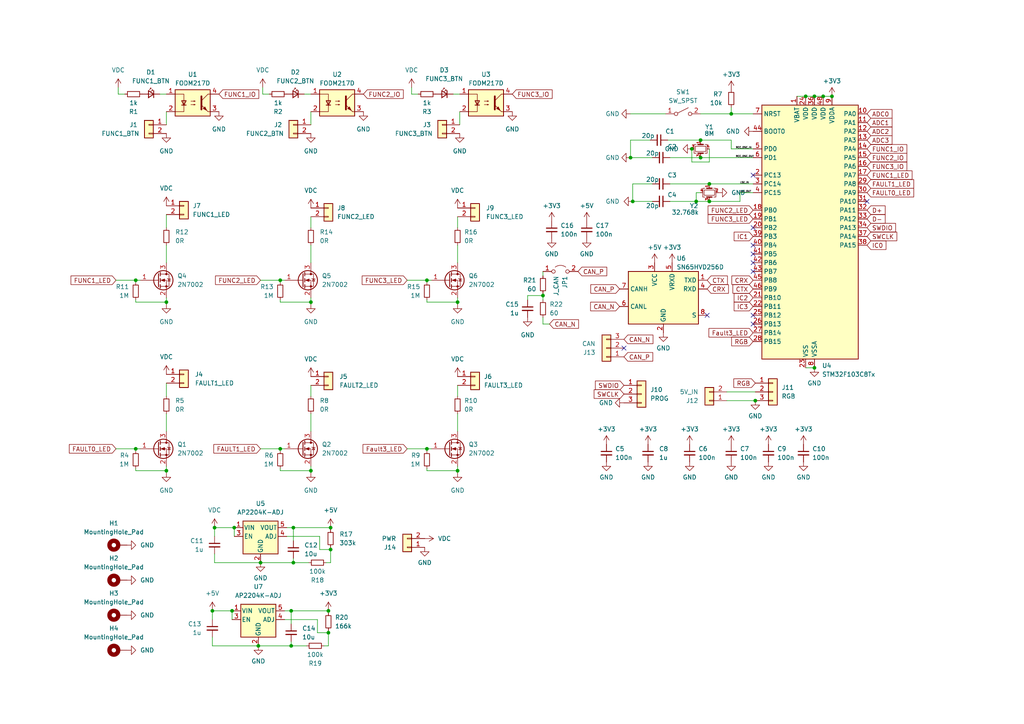
<source format=kicad_sch>
(kicad_sch (version 20230121) (generator eeschema)
  (paper "A4")
  (junction (at 200.66 43.18))
  (junction (at 85.09 163.195))
  (junction (at 95.25 177.165))
  (junction (at 81.28 81.28))
  (junction (at 61.595 177.165))
  (junction (at 74.93 187.325))
  (junction (at 95.25 183.515))
  (junction (at 219.075 116.205))
  (junction (at 132.715 136.525))
  (junction (at 85.09 153.035))
  (junction (at 233.68 27.94))
  (junction (at 62.23 153.035))
  (junction (at 212.09 33.02))
  (junction (at 241.3 27.94))
  (junction (at 238.76 27.94))
  (junction (at 67.31 177.165))
  (junction (at 75.565 163.195))
  (junction (at 205.74 58.42))
  (junction (at 123.825 130.175))
  (junction (at 182.88 45.72))
  (junction (at 84.455 187.325))
  (junction (at 203.2 40.64))
  (junction (at 81.28 130.175))
  (junction (at 132.715 87.63))
  (junction (at 123.825 81.28))
  (junction (at 90.17 136.525))
  (junction (at 39.37 130.175))
  (junction (at 201.93 58.42))
  (junction (at 236.22 27.94))
  (junction (at 48.26 136.525))
  (junction (at 157.48 85.725))
  (junction (at 236.22 106.68))
  (junction (at 90.17 87.63))
  (junction (at 183.515 58.42))
  (junction (at 95.885 153.035))
  (junction (at 67.945 153.035))
  (junction (at 203.2 45.72))
  (junction (at 95.885 159.385))
  (junction (at 39.37 81.28))
  (junction (at 48.26 87.63))
  (junction (at 84.455 177.165))
  (junction (at 205.74 53.34))
  (no_connect (at 218.44 50.8))
  (no_connect (at 218.44 76.2))
  (no_connect (at 218.44 73.66))
  (no_connect (at 218.44 66.04))
  (no_connect (at 218.44 93.98))
  (no_connect (at 251.46 58.42))
  (no_connect (at 218.44 91.44))
  (no_connect (at 180.975 100.965))
  (no_connect (at 218.44 78.74))
  (no_connect (at 205.105 91.44))
  (no_connect (at 218.44 71.12))
  (wire (pts (xy 40.64 130.175) (xy 39.37 130.175)))
  (wire (pts (xy 39.37 135.89) (xy 39.37 136.525)))
  (wire (pts (xy 212.09 33.02) (xy 218.44 33.02)))
  (wire (pts (xy 83.185 153.035) (xy 85.09 153.035)))
  (wire (pts (xy 201.93 58.42) (xy 205.74 58.42)))
  (wire (pts (xy 123.825 136.525) (xy 132.715 136.525)))
  (wire (pts (xy 123.825 81.28) (xy 123.825 81.915)))
  (wire (pts (xy 84.455 177.165) (xy 84.455 180.975)))
  (wire (pts (xy 75.565 130.175) (xy 81.28 130.175)))
  (wire (pts (xy 82.55 177.165) (xy 84.455 177.165)))
  (wire (pts (xy 95.885 158.75) (xy 95.885 159.385)))
  (wire (pts (xy 85.09 153.035) (xy 95.885 153.035)))
  (wire (pts (xy 133.35 27.305) (xy 131.445 27.305)))
  (wire (pts (xy 48.26 87.63) (xy 48.26 88.265)))
  (wire (pts (xy 132.715 111.76) (xy 132.715 114.935)))
  (wire (pts (xy 132.715 120.015) (xy 132.715 125.095)))
  (wire (pts (xy 90.17 135.255) (xy 90.17 136.525)))
  (wire (pts (xy 85.09 161.925) (xy 85.09 163.195)))
  (wire (pts (xy 34.29 27.305) (xy 36.195 27.305)))
  (wire (pts (xy 118.11 130.175) (xy 123.825 130.175)))
  (wire (pts (xy 212.09 43.18) (xy 218.44 43.18)))
  (wire (pts (xy 81.28 130.175) (xy 81.28 130.81)))
  (wire (pts (xy 90.17 62.865) (xy 90.17 66.04)))
  (wire (pts (xy 182.88 40.64) (xy 188.595 40.64)))
  (wire (pts (xy 39.37 81.28) (xy 39.37 81.915)))
  (wire (pts (xy 233.68 106.68) (xy 236.22 106.68)))
  (wire (pts (xy 84.455 186.055) (xy 84.455 187.325)))
  (wire (pts (xy 82.55 81.28) (xy 81.28 81.28)))
  (wire (pts (xy 67.31 177.165) (xy 67.31 179.705)))
  (wire (pts (xy 67.31 177.165) (xy 61.595 177.165)))
  (wire (pts (xy 203.2 33.02) (xy 212.09 33.02)))
  (wire (pts (xy 61.595 187.325) (xy 74.93 187.325)))
  (wire (pts (xy 90.17 87.63) (xy 90.17 88.265)))
  (wire (pts (xy 76.2 25.4) (xy 76.2 27.305)))
  (wire (pts (xy 210.82 113.665) (xy 219.075 113.665)))
  (wire (pts (xy 194.31 45.72) (xy 203.2 45.72)))
  (wire (pts (xy 48.26 135.255) (xy 48.26 136.525)))
  (wire (pts (xy 231.14 27.94) (xy 233.68 27.94)))
  (wire (pts (xy 48.26 120.015) (xy 48.26 125.095)))
  (wire (pts (xy 119.38 27.305) (xy 121.285 27.305)))
  (wire (pts (xy 203.2 40.64) (xy 212.09 40.64)))
  (wire (pts (xy 81.28 86.995) (xy 81.28 87.63)))
  (wire (pts (xy 90.17 136.525) (xy 90.17 137.16)))
  (wire (pts (xy 236.22 27.94) (xy 238.76 27.94)))
  (wire (pts (xy 157.48 85.725) (xy 157.48 86.995)))
  (wire (pts (xy 81.28 136.525) (xy 90.17 136.525)))
  (wire (pts (xy 67.945 153.035) (xy 67.945 155.575)))
  (wire (pts (xy 92.71 155.575) (xy 83.185 155.575)))
  (wire (pts (xy 182.88 45.72) (xy 182.88 40.64)))
  (wire (pts (xy 39.37 81.28) (xy 40.64 81.28)))
  (wire (pts (xy 123.825 87.63) (xy 132.715 87.63)))
  (wire (pts (xy 48.26 136.525) (xy 48.26 137.16)))
  (wire (pts (xy 95.885 159.385) (xy 95.885 163.195)))
  (wire (pts (xy 132.715 71.12) (xy 132.715 76.2)))
  (wire (pts (xy 200.66 46.99) (xy 200.66 43.18)))
  (wire (pts (xy 133.35 36.195) (xy 133.35 32.385)))
  (wire (pts (xy 95.25 177.165) (xy 95.25 177.8)))
  (wire (pts (xy 157.48 93.98) (xy 157.48 92.075)))
  (wire (pts (xy 132.715 136.525) (xy 132.715 137.16)))
  (wire (pts (xy 76.2 27.305) (xy 78.105 27.305)))
  (wire (pts (xy 212.09 31.115) (xy 212.09 33.02)))
  (wire (pts (xy 92.075 179.705) (xy 82.55 179.705)))
  (wire (pts (xy 92.075 183.515) (xy 95.25 183.515)))
  (wire (pts (xy 201.93 55.88) (xy 201.93 58.42)))
  (wire (pts (xy 153.035 85.725) (xy 153.035 86.995)))
  (wire (pts (xy 33.655 130.175) (xy 39.37 130.175)))
  (wire (pts (xy 85.09 163.195) (xy 89.535 163.195)))
  (wire (pts (xy 81.28 81.28) (xy 81.28 81.915)))
  (wire (pts (xy 182.88 33.02) (xy 193.04 33.02)))
  (wire (pts (xy 67.945 153.035) (xy 62.23 153.035)))
  (wire (pts (xy 94.615 163.195) (xy 95.885 163.195)))
  (wire (pts (xy 194.31 53.34) (xy 205.74 53.34)))
  (wire (pts (xy 90.17 86.36) (xy 90.17 87.63)))
  (wire (pts (xy 61.595 177.165) (xy 61.595 179.705)))
  (wire (pts (xy 81.28 87.63) (xy 90.17 87.63)))
  (wire (pts (xy 157.48 85.09) (xy 157.48 85.725)))
  (wire (pts (xy 119.38 25.4) (xy 119.38 27.305)))
  (wire (pts (xy 205.74 53.34) (xy 218.44 53.34)))
  (wire (pts (xy 123.825 130.175) (xy 123.825 130.81)))
  (wire (pts (xy 95.25 182.88) (xy 95.25 183.515)))
  (wire (pts (xy 214.63 55.88) (xy 218.44 55.88)))
  (wire (pts (xy 238.76 27.94) (xy 241.3 27.94)))
  (wire (pts (xy 205.74 58.42) (xy 214.63 58.42)))
  (wire (pts (xy 62.23 163.195) (xy 75.565 163.195)))
  (wire (pts (xy 92.71 155.575) (xy 92.71 159.385)))
  (wire (pts (xy 157.48 78.74) (xy 157.48 80.01)))
  (wire (pts (xy 39.37 87.63) (xy 48.26 87.63)))
  (wire (pts (xy 39.37 136.525) (xy 48.26 136.525)))
  (wire (pts (xy 90.17 27.305) (xy 88.265 27.305)))
  (wire (pts (xy 159.385 93.98) (xy 157.48 93.98)))
  (wire (pts (xy 123.825 86.995) (xy 123.825 87.63)))
  (wire (pts (xy 62.23 153.035) (xy 62.23 155.575)))
  (wire (pts (xy 48.26 27.305) (xy 46.355 27.305)))
  (wire (pts (xy 74.93 187.325) (xy 84.455 187.325)))
  (wire (pts (xy 132.715 86.36) (xy 132.715 87.63)))
  (wire (pts (xy 205.74 46.99) (xy 200.66 46.99)))
  (wire (pts (xy 93.98 187.325) (xy 95.25 187.325)))
  (wire (pts (xy 183.515 58.42) (xy 183.515 53.34)))
  (wire (pts (xy 33.655 81.28) (xy 39.37 81.28)))
  (wire (pts (xy 132.715 87.63) (xy 132.715 88.265)))
  (wire (pts (xy 132.715 135.255) (xy 132.715 136.525)))
  (wire (pts (xy 90.17 111.76) (xy 90.17 114.935)))
  (wire (pts (xy 210.82 116.205) (xy 219.075 116.205)))
  (wire (pts (xy 39.37 130.175) (xy 39.37 130.81)))
  (wire (pts (xy 85.09 153.035) (xy 85.09 156.845)))
  (wire (pts (xy 34.29 25.4) (xy 34.29 27.305)))
  (wire (pts (xy 203.2 45.72) (xy 218.44 45.72)))
  (wire (pts (xy 203.2 55.88) (xy 201.93 55.88)))
  (wire (pts (xy 48.26 62.23) (xy 48.26 66.04)))
  (wire (pts (xy 84.455 187.325) (xy 88.9 187.325)))
  (wire (pts (xy 84.455 177.165) (xy 95.25 177.165)))
  (wire (pts (xy 95.885 153.035) (xy 95.885 153.67)))
  (wire (pts (xy 118.11 81.28) (xy 123.825 81.28)))
  (wire (pts (xy 214.63 58.42) (xy 214.63 55.88)))
  (wire (pts (xy 75.565 81.28) (xy 81.28 81.28)))
  (wire (pts (xy 75.565 163.195) (xy 85.09 163.195)))
  (wire (pts (xy 183.515 58.42) (xy 189.23 58.42)))
  (wire (pts (xy 39.37 86.995) (xy 39.37 87.63)))
  (wire (pts (xy 123.825 130.175) (xy 125.095 130.175)))
  (wire (pts (xy 81.28 130.175) (xy 82.55 130.175)))
  (wire (pts (xy 92.075 179.705) (xy 92.075 183.515)))
  (wire (pts (xy 81.28 135.89) (xy 81.28 136.525)))
  (wire (pts (xy 48.26 36.195) (xy 48.26 32.385)))
  (wire (pts (xy 212.09 43.18) (xy 212.09 40.64)))
  (wire (pts (xy 48.26 111.125) (xy 48.26 114.935)))
  (wire (pts (xy 123.825 135.89) (xy 123.825 136.525)))
  (wire (pts (xy 95.25 183.515) (xy 95.25 187.325)))
  (wire (pts (xy 48.26 86.36) (xy 48.26 87.63)))
  (wire (pts (xy 125.095 81.28) (xy 123.825 81.28)))
  (wire (pts (xy 193.675 40.64) (xy 203.2 40.64)))
  (wire (pts (xy 183.515 53.34) (xy 189.23 53.34)))
  (wire (pts (xy 194.31 58.42) (xy 201.93 58.42)))
  (wire (pts (xy 90.17 36.195) (xy 90.17 32.385)))
  (wire (pts (xy 48.26 71.12) (xy 48.26 76.2)))
  (wire (pts (xy 205.74 43.18) (xy 205.74 46.99)))
  (wire (pts (xy 132.715 62.865) (xy 132.715 66.04)))
  (wire (pts (xy 157.48 85.725) (xy 153.035 85.725)))
  (wire (pts (xy 90.17 71.12) (xy 90.17 76.2)))
  (wire (pts (xy 92.71 159.385) (xy 95.885 159.385)))
  (wire (pts (xy 90.17 120.015) (xy 90.17 125.095)))
  (wire (pts (xy 182.88 45.72) (xy 189.23 45.72)))
  (wire (pts (xy 61.595 184.785) (xy 61.595 187.325)))
  (wire (pts (xy 233.68 27.94) (xy 236.22 27.94)))
  (wire (pts (xy 62.23 160.655) (xy 62.23 163.195)))
  (label "RCC_OSC_IN" (at 213.36 43.18 0) (effects (font (size 0.5 0.5))))
  (label "LSE_OUT" (at 214.63 55.88 0) (effects (font (size 0.5 0.5))))
  (label "RCC_OSC_OUT" (at 213.36 45.72 0) (effects (font (size 0.5 0.5))))
  (label "LSE_IN" (at 214.63 53.34 0) (effects (font (size 0.5 0.5))))
  (global_label "FUNC2_LED" (shape input) (at 218.44 60.96 180) (property "Intersheetrefs" "${INTERSHEET_REFS}" (effects hide)))
  (global_label "FAULT0_LED" (shape input) (at 33.655 130.175 180) (property "Intersheetrefs" "${INTERSHEET_REFS}" (effects hide)))
  (global_label "SWCLK" (shape input) (at 251.46 68.58 0) (property "Intersheetrefs" "${INTERSHEET_REFS}" (effects hide)))
  (global_label "FUNC1_LED" (shape input) (at 33.655 81.28 180) (property "Intersheetrefs" "${INTERSHEET_REFS}" (effects hide)))
  (global_label "ADC0" (shape input) (at 251.46 33.02 0) (property "Intersheetrefs" "${INTERSHEET_REFS}" (effects hide)))
  (global_label "FUNC2_IO" (shape input) (at 251.46 45.72 0) (property "Intersheetrefs" "${INTERSHEET_REFS}" (effects hide)))
  (global_label "ADC1" (shape input) (at 251.46 35.56 0) (property "Intersheetrefs" "${INTERSHEET_REFS}" (effects hide)))
  (global_label "SWDIO" (shape input) (at 180.975 111.76 180) (property "Intersheetrefs" "${INTERSHEET_REFS}" (effects hide)))
  (global_label "IC0" (shape input) (at 251.46 71.12 0) (property "Intersheetrefs" "${INTERSHEET_REFS}" (effects hide)))
  (global_label "SWDIO" (shape input) (at 251.46 66.04 0) (property "Intersheetrefs" "${INTERSHEET_REFS}" (effects hide)))
  (global_label "FAULT1_LED" (shape input) (at 251.46 53.34 0) (property "Intersheetrefs" "${INTERSHEET_REFS}" (effects hide)))
  (global_label "FUNC1_IO" (shape input) (at 63.5 27.305 0) (property "Intersheetrefs" "${INTERSHEET_REFS}" (effects hide)))
  (global_label "SWCLK" (shape input) (at 180.975 114.3 180) (property "Intersheetrefs" "${INTERSHEET_REFS}" (effects hide)))
  (global_label "FUNC1_LED" (shape input) (at 251.46 50.8 0) (property "Intersheetrefs" "${INTERSHEET_REFS}" (effects hide)))
  (global_label "D+" (shape input) (at 251.46 60.96 0) (property "Intersheetrefs" "${INTERSHEET_REFS}" (effects hide)))
  (global_label "FUNC2_IO" (shape input) (at 105.41 27.305 0) (property "Intersheetrefs" "${INTERSHEET_REFS}" (effects hide)))
  (global_label "IC3" (shape input) (at 218.44 88.9 180) (property "Intersheetrefs" "${INTERSHEET_REFS}" (effects hide)))
  (global_label "ADC2" (shape input) (at 251.46 38.1 0) (property "Intersheetrefs" "${INTERSHEET_REFS}" (effects hide)))
  (global_label "CRX" (shape input) (at 218.44 81.28 180) (property "Intersheetrefs" "${INTERSHEET_REFS}" (effects hide)))
  (global_label "IC1" (shape input) (at 218.44 68.58 180) (property "Intersheetrefs" "${INTERSHEET_REFS}" (effects hide)))
  (global_label "FUNC3_LED" (shape input) (at 218.44 63.5 180) (property "Intersheetrefs" "${INTERSHEET_REFS}" (effects hide)))
  (global_label "FUNC3_LED" (shape input) (at 118.11 81.28 180) (property "Intersheetrefs" "${INTERSHEET_REFS}" (effects hide)))
  (global_label "CAN_P" (shape input) (at 167.64 78.74 0) (property "Intersheetrefs" "${INTERSHEET_REFS}" (effects hide)))
  (global_label "CAN_N" (shape input) (at 180.975 98.425 0) (property "Intersheetrefs" "${INTERSHEET_REFS}" (effects hide)))
  (global_label "FAULT1_LED" (shape input) (at 75.565 130.175 180) (property "Intersheetrefs" "${INTERSHEET_REFS}" (effects hide)))
  (global_label "CTX" (shape input) (at 205.105 81.28 0) (property "Intersheetrefs" "${INTERSHEET_REFS}" (effects hide)))
  (global_label "FUNC1_IO" (shape input) (at 251.46 43.18 0) (property "Intersheetrefs" "${INTERSHEET_REFS}" (effects hide)))
  (global_label "ADC3" (shape input) (at 251.46 40.64 0) (property "Intersheetrefs" "${INTERSHEET_REFS}" (effects hide)))
  (global_label "FUNC3_IO" (shape input) (at 148.59 27.305 0) (property "Intersheetrefs" "${INTERSHEET_REFS}" (effects hide)))
  (global_label "D-" (shape input) (at 251.46 63.5 0) (property "Intersheetrefs" "${INTERSHEET_REFS}" (effects hide)))
  (global_label "CAN_N" (shape input) (at 159.385 93.98 0) (property "Intersheetrefs" "${INTERSHEET_REFS}" (effects hide)))
  (global_label "CAN_P" (shape input) (at 180.975 103.505 0) (property "Intersheetrefs" "${INTERSHEET_REFS}" (effects hide)))
  (global_label "CAN_P" (shape input) (at 179.705 83.82 180) (property "Intersheetrefs" "${INTERSHEET_REFS}" (effects hide)))
  (global_label "Fault3_LED" (shape input) (at 118.11 130.175 180) (property "Intersheetrefs" "${INTERSHEET_REFS}" (effects hide)))
  (global_label "CTX" (shape input) (at 218.44 83.82 180) (property "Intersheetrefs" "${INTERSHEET_REFS}" (effects hide)))
  (global_label "IC2" (shape input) (at 218.44 86.36 180) (property "Intersheetrefs" "${INTERSHEET_REFS}" (effects hide)))
  (global_label "RGB" (shape input) (at 219.075 111.125 180) (property "Intersheetrefs" "${INTERSHEET_REFS}" (effects hide)))
  (global_label "Fault3_LED" (shape input) (at 218.44 96.52 180) (property "Intersheetrefs" "${INTERSHEET_REFS}" (effects hide)))
  (global_label "RGB" (shape input) (at 218.44 99.06 180) (property "Intersheetrefs" "${INTERSHEET_REFS}" (effects hide)))
  (global_label "CAN_N" (shape input) (at 179.705 88.9 180) (property "Intersheetrefs" "${INTERSHEET_REFS}" (effects hide)))
  (global_label "CRX" (shape input) (at 205.105 83.82 0) (property "Intersheetrefs" "${INTERSHEET_REFS}" (effects hide)))
  (global_label "FAULT0_LED" (shape input) (at 251.46 55.88 0) (property "Intersheetrefs" "${INTERSHEET_REFS}" (effects hide)))
  (global_label "FUNC2_LED" (shape input) (at 75.565 81.28 180) (property "Intersheetrefs" "${INTERSHEET_REFS}" (effects hide)))
  (global_label "FUNC3_IO" (shape input) (at 251.46 48.26 0) (property "Intersheetrefs" "${INTERSHEET_REFS}" (effects hide)))
  (symbol (lib_id "Connector_Generic:Conn_01x02") (at 205.74 116.205 180) (unit 1)
    (property "Reference" "J12" (at 202.565 116.205 0) (effects (justify left)))
    (property "Value" "5V_IN" (at 202.565 113.665 0) (effects (justify left)))
    (property "Footprint" "Connector_JST:JST_XH_B2B-XH-A_1x02_P2.50mm_Vertical" (effects hide))
  )
  (symbol (lib_id "power:GND") (at 90.17 38.735 0) (unit 1)
    (property "Reference" "#PWR05" (effects hide))
    (property "Value" "GND" (at 90.17 43.815 0))
  )
  (symbol (lib_id "power:VDC") (at 123.19 156.21 270) (unit 1)
    (property "Reference" "#PWR045" (effects hide))
    (property "Value" "VDC" (at 127 156.21 90) (effects (justify left)))
  )
  (symbol (lib_id "Device:R_Small") (at 91.44 187.325 90) (mirror x) (unit 1)
    (property "Reference" "R19" (at 91.44 192.405 90))
    (property "Value" "100k" (at 91.44 189.865 90))
    (property "Footprint" "Resistor_SMD:R_0603_1608Metric" (effects hide))
  )
  (symbol (lib_id "Device:R_Small") (at 123.825 27.305 90) (unit 1)
    (property "Reference" "R3" (at 123.825 32.385 90))
    (property "Value" "1k" (at 123.825 29.845 90))
    (property "Footprint" "Resistor_SMD:R_0603_1608Metric" (effects hide))
  )
  (symbol (lib_id "power:GND") (at 36.83 158.115 90) (unit 1)
    (property "Reference" "#PWR050" (effects hide))
    (property "Value" "GND" (at 40.64 158.115 90) (effects (justify right)))
  )
  (symbol (lib_id "Device:R_Small") (at 81.28 133.35 0) (unit 1)
    (property "Reference" "R6" (at 79.375 132.08 0) (effects (justify right)))
    (property "Value" "1M" (at 79.375 134.62 0) (effects (justify right)))
    (property "Footprint" "Resistor_SMD:R_0603_1608Metric" (effects hide))
  )
  (symbol (lib_id "power:GND") (at 160.02 69.215 0) (unit 1)
    (property "Reference" "#PWR062" (effects hide))
    (property "Value" "GND" (at 160.02 73.66 0))
  )
  (symbol (lib_id "Device:R_Small") (at 212.09 28.575 0) (unit 1)
    (property "Reference" "R7" (at 209.55 27.305 0) (effects (justify right)))
    (property "Value" "10k" (at 209.55 29.845 0) (effects (justify right)))
    (property "Footprint" "Resistor_SMD:R_0603_1608Metric" (effects hide))
  )
  (symbol (lib_id "power:GND") (at 182.88 33.02 270) (unit 1)
    (property "Reference" "#PWR040" (effects hide))
    (property "Value" "GND" (at 179.705 33.02 90) (effects (justify right)))
  )
  (symbol (lib_id "Device:R_Small") (at 48.26 117.475 0) (unit 1)
    (property "Reference" "R5" (at 50.8 116.205 0) (effects (justify left)))
    (property "Value" "0R" (at 50.8 118.745 0) (effects (justify left)))
    (property "Footprint" "Resistor_SMD:R_0603_1608Metric" (effects hide))
  )
  (symbol (lib_id "Transistor_FET:2N7002") (at 87.63 81.28 0) (unit 1)
    (property "Reference" "Q5" (at 93.345 80.01 0) (effects (justify left)))
    (property "Value" "2N7002" (at 93.345 82.55 0) (effects (justify left)))
    (property "Footprint" "Package_TO_SOT_SMD:SOT-23" (effects hide))
    (property "Datasheet" "https://www.onsemi.com/pub/Collateral/NDS7002A-D.PDF" (effects hide))
  )
  (symbol (lib_id "Connector_Generic:Conn_01x02") (at 53.34 108.585 0) (unit 1)
    (property "Reference" "J4" (at 56.515 108.585 0) (effects (justify left)))
    (property "Value" "FAULT1_LED" (at 56.515 111.125 0) (effects (justify left)))
    (property "Footprint" "Connector_JST:JST_XH_B2B-XH-A_1x02_P2.50mm_Vertical" (effects hide))
  )
  (symbol (lib_id "Device:R_Small") (at 95.885 156.21 0) (unit 1)
    (property "Reference" "R17" (at 98.425 154.94 0) (effects (justify left)))
    (property "Value" "303k" (at 98.425 157.48 0) (effects (justify left)))
    (property "Footprint" "Resistor_SMD:R_0603_1608Metric" (effects hide))
  )
  (symbol (lib_id "power:+5V") (at 61.595 177.165 0) (unit 1)
    (property "Reference" "#PWR039" (effects hide))
    (property "Value" "+5V" (at 61.595 172.085 0))
  )
  (symbol (lib_id "Transistor_FET:2N7002") (at 45.72 130.175 0) (unit 1)
    (property "Reference" "Q1" (at 51.435 128.905 0) (effects (justify left)))
    (property "Value" "2N7002" (at 51.435 131.445 0) (effects (justify left)))
    (property "Footprint" "Package_TO_SOT_SMD:SOT-23" (effects hide))
    (property "Datasheet" "https://www.onsemi.com/pub/Collateral/NDS7002A-D.PDF" (effects hide))
  )
  (symbol (lib_id "Isolator:FODM217D") (at 55.88 29.845 0) (unit 1)
    (property "Reference" "U1" (at 55.88 21.59 0))
    (property "Value" "FODM217D" (at 55.88 24.13 0))
    (property "Footprint" "Package_SO:SOP-4_3.8x4.1mm_P2.54mm" (effects hide))
    (property "Datasheet" "https://www.onsemi.com/pub/Collateral/FODM214-D.PDF" (effects hide))
  )
  (symbol (lib_id "Device:R_Small") (at 90.17 117.475 0) (unit 1)
    (property "Reference" "R8" (at 92.71 116.205 0) (effects (justify left)))
    (property "Value" "0R" (at 92.71 118.745 0) (effects (justify left)))
    (property "Footprint" "Resistor_SMD:R_0603_1608Metric" (effects hide))
  )
  (symbol (lib_id "Device:C_Small") (at 191.77 53.34 270) (unit 1)
    (property "Reference" "C3" (at 194.945 50.8 90))
    (property "Value" "20p" (at 189.23 52.07 90))
    (property "Footprint" "Capacitor_SMD:C_0603_1608Metric" (effects hide))
  )
  (symbol (lib_id "Device:C_Small") (at 170.18 66.675 0) (unit 1)
    (property "Reference" "C17" (at 172.72 65.4113 0) (effects (justify left)))
    (property "Value" "100n" (at 172.72 67.9513 0) (effects (justify left)))
    (property "Footprint" "Capacitor_SMD:C_0603_1608Metric" (effects hide))
  )
  (symbol (lib_id "Device:R_Small") (at 38.735 27.305 90) (unit 1)
    (property "Reference" "R1" (at 38.735 32.385 90))
    (property "Value" "1k" (at 38.735 29.845 90))
    (property "Footprint" "Resistor_SMD:R_0603_1608Metric" (effects hide))
  )
  (symbol (lib_id "power:+3V3") (at 160.02 64.135 0) (unit 1)
    (property "Reference" "#PWR061" (effects hide))
    (property "Value" "+3V3" (at 160.02 59.69 0))
  )
  (symbol (lib_id "Mechanical:MountingHole_Pad") (at 34.29 158.115 90) (unit 1)
    (property "Reference" "H1" (at 33.02 151.765 90))
    (property "Value" "MountingHole_Pad" (at 33.02 154.305 90))
    (property "Footprint" "MountingHole:MountingHole_3.2mm_M3_ISO14580_Pad" (effects hide))
  )
  (symbol (lib_id "power:GND") (at 123.19 158.75 0) (unit 1)
    (property "Reference" "#PWR057" (effects hide))
    (property "Value" "GND" (at 123.19 163.195 0))
  )
  (symbol (lib_id "Device:LED_Small") (at 128.905 27.305 0) (mirror y) (unit 1)
    (property "Reference" "D3" (at 128.8415 20.32 0))
    (property "Value" "FUNC3_BTN" (at 128.8415 22.86 0))
    (property "Footprint" "LED_SMD:LED_0805_2012Metric" (effects hide))
  )
  (symbol (lib_id "Device:R_Small") (at 81.28 84.455 0) (unit 1)
    (property "Reference" "R13" (at 79.375 83.185 0) (effects (justify right)))
    (property "Value" "1M" (at 79.375 85.725 0) (effects (justify right)))
    (property "Footprint" "Resistor_SMD:R_0603_1608Metric" (effects hide))
  )
  (symbol (lib_id "power:GND") (at 212.09 133.985 0) (unit 1)
    (property "Reference" "#PWR028" (effects hide))
    (property "Value" "GND" (at 212.09 138.43 0))
  )
  (symbol (lib_id "Connector_Generic:Conn_01x02") (at 85.09 36.195 0) (mirror y) (unit 1)
    (property "Reference" "J2" (at 80.645 36.195 0))
    (property "Value" "FUNC2_BTN" (at 76.835 38.735 0))
    (property "Footprint" "Connector_JST:JST_XH_B2B-XH-A_1x02_P2.50mm_Vertical" (effects hide))
  )
  (symbol (lib_id "Device:Crystal_GND24_Small") (at 203.2 43.18 270) (unit 1)
    (property "Reference" "Y1" (at 205.74 36.83 90))
    (property "Value" "8M" (at 205.74 38.735 90))
    (property "Footprint" "Crystal:Crystal_SMD_SeikoEpson_FA238-4Pin_3.2x2.5mm" (effects hide))
  )
  (symbol (lib_id "Device:C_Small") (at 187.96 131.445 0) (unit 1)
    (property "Reference" "C8" (at 191.135 130.1813 0) (effects (justify left)))
    (property "Value" "1u" (at 191.135 132.7213 0) (effects (justify left)))
    (property "Footprint" "Capacitor_SMD:C_0603_1608Metric" (effects hide))
  )
  (symbol (lib_id "Device:C_Small") (at 84.455 183.515 0) (mirror y) (unit 1)
    (property "Reference" "C14" (at 87.63 182.2513 0) (effects (justify right)))
    (property "Value" "10u" (at 87.63 184.7913 0) (effects (justify right)))
    (property "Footprint" "Capacitor_SMD:C_0805_2012Metric" (effects hide))
  )
  (symbol (lib_id "Device:R_Small") (at 39.37 133.35 0) (unit 1)
    (property "Reference" "R4" (at 37.465 132.08 0) (effects (justify right)))
    (property "Value" "1M" (at 37.465 134.62 0) (effects (justify right)))
    (property "Footprint" "Resistor_SMD:R_0603_1608Metric" (effects hide))
  )
  (symbol (lib_id "Connector_Generic:Conn_01x02") (at 137.795 60.325 0) (unit 1)
    (property "Reference" "J9" (at 140.97 60.325 0) (effects (justify left)))
    (property "Value" "FUNC3_LED" (at 140.97 62.865 0) (effects (justify left)))
    (property "Footprint" "Connector_JST:JST_XH_B2B-XH-A_1x02_P2.50mm_Vertical" (effects hide))
  )
  (symbol (lib_id "Device:R_Small") (at 80.645 27.305 90) (unit 1)
    (property "Reference" "R2" (at 80.645 32.385 90))
    (property "Value" "1k" (at 80.645 29.845 90))
    (property "Footprint" "Resistor_SMD:R_0603_1608Metric" (effects hide))
  )
  (symbol (lib_id "Mechanical:MountingHole_Pad") (at 34.29 188.595 90) (unit 1)
    (property "Reference" "H4" (at 33.02 182.245 90))
    (property "Value" "MountingHole_Pad" (at 33.02 184.785 90))
    (property "Footprint" "MountingHole:MountingHole_3.2mm_M3_ISO14580_Pad" (effects hide))
  )
  (symbol (lib_id "Device:C_Small") (at 85.09 159.385 0) (mirror y) (unit 1)
    (property "Reference" "C12" (at 88.265 158.1213 0) (effects (justify right)))
    (property "Value" "10u" (at 88.265 160.6613 0) (effects (justify right)))
    (property "Footprint" "Capacitor_SMD:C_0805_2012Metric" (effects hide))
  )
  (symbol (lib_id "Device:C_Small") (at 191.135 40.64 270) (unit 1)
    (property "Reference" "C1" (at 194.31 38.1 90))
    (property "Value" "20p" (at 187.96 39.37 90))
    (property "Footprint" "Capacitor_SMD:C_0603_1608Metric" (effects hide))
  )
  (symbol (lib_id "Connector_Generic:Conn_01x03") (at 175.895 100.965 180) (unit 1)
    (property "Reference" "J13" (at 172.72 102.235 0) (effects (justify left)))
    (property "Value" "CAN" (at 172.72 99.695 0) (effects (justify left)))
    (property "Footprint" "Connector_JST:JST_XH_B3B-XH-A_1x03_P2.50mm_Vertical" (effects hide))
  )
  (symbol (lib_id "power:GND") (at 187.96 133.985 0) (unit 1)
    (property "Reference" "#PWR030" (effects hide))
    (property "Value" "GND" (at 187.96 138.43 0))
  )
  (symbol (lib_id "power:GND") (at 105.41 32.385 0) (unit 1)
    (property "Reference" "#PWR06" (effects hide))
    (property "Value" "GND" (at 105.41 37.465 0))
  )
  (symbol (lib_id "power:VDC") (at 132.715 109.22 0) (unit 1)
    (property "Reference" "#PWR043" (effects hide))
    (property "Value" "VDC" (at 132.715 104.14 0))
  )
  (symbol (lib_id "Connector_Generic:Conn_01x03") (at 186.055 114.3 0) (unit 1)
    (property "Reference" "J10" (at 188.595 113.03 0) (effects (justify left)))
    (property "Value" "PROG" (at 188.595 115.57 0) (effects (justify left)))
    (property "Footprint" "Connector_PinHeader_2.54mm:PinHeader_1x03_P2.54mm_Vertical" (effects hide))
  )
  (symbol (lib_id "Transistor_FET:2N7002") (at 130.175 81.28 0) (unit 1)
    (property "Reference" "Q6" (at 135.89 80.01 0) (effects (justify left)))
    (property "Value" "2N7002" (at 135.89 82.55 0) (effects (justify left)))
    (property "Footprint" "Package_TO_SOT_SMD:SOT-23" (effects hide))
    (property "Datasheet" "https://www.onsemi.com/pub/Collateral/NDS7002A-D.PDF" (effects hide))
  )
  (symbol (lib_id "power:GND") (at 192.405 96.52 0) (unit 1)
    (property "Reference" "#PWR041" (effects hide))
    (property "Value" "GND" (at 192.405 100.965 0))
  )
  (symbol (lib_id "power:GND") (at 132.715 88.265 0) (unit 1)
    (property "Reference" "#PWR046" (effects hide))
    (property "Value" "GND" (at 132.715 93.345 0))
  )
  (symbol (lib_id "Transistor_FET:2N7002") (at 45.72 81.28 0) (unit 1)
    (property "Reference" "Q4" (at 51.435 80.01 0) (effects (justify left)))
    (property "Value" "2N7002" (at 51.435 82.55 0) (effects (justify left)))
    (property "Footprint" "Package_TO_SOT_SMD:SOT-23" (effects hide))
    (property "Datasheet" "https://www.onsemi.com/pub/Collateral/NDS7002A-D.PDF" (effects hide))
  )
  (symbol (lib_id "power:+3V3") (at 194.945 76.2 0) (unit 1)
    (property "Reference" "#PWR033" (effects hide))
    (property "Value" "+3V3" (at 194.945 71.755 0))
  )
  (symbol (lib_id "Device:C_Small") (at 160.02 66.675 0) (unit 1)
    (property "Reference" "C16" (at 162.56 65.4113 0) (effects (justify left)))
    (property "Value" "100n" (at 162.56 67.9513 0) (effects (justify left)))
    (property "Footprint" "Capacitor_SMD:C_0603_1608Metric" (effects hide))
  )
  (symbol (lib_id "Connector_Generic:Conn_01x02") (at 137.795 109.22 0) (unit 1)
    (property "Reference" "J6" (at 140.335 109.22 0) (effects (justify left)))
    (property "Value" "FAULT3_LED" (at 140.335 111.76 0) (effects (justify left)))
    (property "Footprint" "Connector_JST:JST_XH_B2B-XH-A_1x02_P2.50mm_Vertical" (effects hide))
  )
  (symbol (lib_id "power:GND") (at 48.26 38.735 0) (unit 1)
    (property "Reference" "#PWR01" (effects hide))
    (property "Value" "GND" (at 48.26 43.815 0))
  )
  (symbol (lib_id "Device:C_Small") (at 212.09 131.445 0) (unit 1)
    (property "Reference" "C7" (at 214.63 130.1813 0) (effects (justify left)))
    (property "Value" "100n" (at 214.63 132.7213 0) (effects (justify left)))
    (property "Footprint" "Capacitor_SMD:C_0603_1608Metric" (effects hide))
  )
  (symbol (lib_id "Regulator_Linear:AP2204K-ADJ") (at 75.565 155.575 0) (unit 1)
    (property "Reference" "U5" (at 75.565 146.05 0))
    (property "Value" "AP2204K-ADJ" (at 75.565 148.59 0))
    (property "Footprint" "Package_TO_SOT_SMD:SOT-23-5" (effects hide))
    (property "Datasheet" "https://www.diodes.com/assets/Datasheets/AP2204.pdf" (effects hide))
  )
  (symbol (lib_id "Device:R_Small") (at 157.48 82.55 0) (mirror y) (unit 1)
    (property "Reference" "R21" (at 155.575 81.28 0) (effects (justify left)))
    (property "Value" "60" (at 155.575 83.82 0) (effects (justify left)))
    (property "Footprint" "Resistor_SMD:R_0603_1608Metric" (effects hide))
  )
  (symbol (lib_id "Connector_Generic:Conn_01x02") (at 95.25 60.325 0) (unit 1)
    (property "Reference" "J8" (at 97.79 60.325 0) (effects (justify left)))
    (property "Value" "FUNC2_LED" (at 97.79 62.865 0) (effects (justify left)))
    (property "Footprint" "Connector_JST:JST_XH_B2B-XH-A_1x02_P2.50mm_Vertical" (effects hide))
  )
  (symbol (lib_id "power:GND") (at 74.93 187.325 0) (unit 1)
    (property "Reference" "#PWR059" (effects hide))
    (property "Value" "GND" (at 74.93 191.77 0))
  )
  (symbol (lib_id "power:GND") (at 182.88 45.72 270) (unit 1)
    (property "Reference" "#PWR016" (effects hide))
    (property "Value" "GND" (at 179.705 45.72 90) (effects (justify right)))
  )
  (symbol (lib_id "Isolator:FODM217D") (at 97.79 29.845 0) (unit 1)
    (property "Reference" "U2" (at 97.79 21.59 0))
    (property "Value" "FODM217D" (at 97.79 24.13 0))
    (property "Footprint" "Package_SO:SOP-4_3.8x4.1mm_P2.54mm" (effects hide))
    (property "Datasheet" "https://www.onsemi.com/pub/Collateral/FODM214-D.PDF" (effects hide))
  )
  (symbol (lib_id "Mechanical:MountingHole_Pad") (at 34.29 178.435 90) (unit 1)
    (property "Reference" "H3" (at 33.02 172.085 90))
    (property "Value" "MountingHole_Pad" (at 33.02 174.625 90))
    (property "Footprint" "MountingHole:MountingHole_3.2mm_M3_ISO14580_Pad" (effects hide))
  )
  (symbol (lib_id "power:+5V") (at 170.18 64.135 0) (unit 1)
    (property "Reference" "#PWR063" (effects hide))
    (property "Value" "+5V" (at 170.18 59.69 0))
  )
  (symbol (lib_id "power:VDC") (at 90.17 60.325 0) (unit 1)
    (property "Reference" "#PWR04" (effects hide))
    (property "Value" "VDC" (at 90.17 55.245 0))
  )
  (symbol (lib_id "Device:R_Small") (at 132.715 117.475 0) (unit 1)
    (property "Reference" "R10" (at 134.62 116.205 0) (effects (justify left)))
    (property "Value" "0R" (at 134.62 118.745 0) (effects (justify left)))
    (property "Footprint" "Resistor_SMD:R_0603_1608Metric" (effects hide))
  )
  (symbol (lib_id "power:+5V") (at 95.885 153.035 0) (unit 1)
    (property "Reference" "#PWR038" (effects hide))
    (property "Value" "+5V" (at 95.885 147.955 0))
  )
  (symbol (lib_id "Connector_Generic:Conn_01x03") (at 224.155 113.665 0) (unit 1)
    (property "Reference" "J11" (at 226.695 112.395 0) (effects (justify left)))
    (property "Value" "RGB" (at 226.695 114.935 0) (effects (justify left)))
    (property "Footprint" "Connector_JST:JST_XH_B3B-XH-A_1x03_P2.50mm_Vertical" (effects hide))
  )
  (symbol (lib_id "Device:R_Small") (at 90.17 68.58 0) (unit 1)
    (property "Reference" "R14" (at 92.71 67.31 0) (effects (justify left)))
    (property "Value" "0R" (at 92.71 69.85 0) (effects (justify left)))
    (property "Footprint" "Resistor_SMD:R_0603_1608Metric" (effects hide))
  )
  (symbol (lib_id "power:+3V3") (at 212.09 128.905 0) (unit 1)
    (property "Reference" "#PWR027" (effects hide))
    (property "Value" "+3V3" (at 212.09 124.46 0))
  )
  (symbol (lib_id "power:GND") (at 236.22 106.68 0) (unit 1)
    (property "Reference" "#PWR021" (effects hide))
    (property "Value" "GND" (at 236.22 111.125 0))
  )
  (symbol (lib_id "power:+3V3") (at 222.885 128.905 0) (unit 1)
    (property "Reference" "#PWR029" (effects hide))
    (property "Value" "+3V3" (at 222.885 124.46 0))
  )
  (symbol (lib_id "Connector_Generic:Conn_01x02") (at 43.18 36.195 0) (mirror y) (unit 1)
    (property "Reference" "J1" (at 38.735 36.195 0))
    (property "Value" "FUNC1_BTN" (at 34.925 38.735 0))
    (property "Footprint" "Connector_JST:JST_XH_B2B-XH-A_1x02_P2.50mm_Vertical" (effects hide))
  )
  (symbol (lib_id "power:VDC") (at 132.715 60.325 0) (unit 1)
    (property "Reference" "#PWR07" (effects hide))
    (property "Value" "VDC" (at 132.715 55.245 0))
  )
  (symbol (lib_id "power:VDC") (at 76.2 25.4 0) (unit 1)
    (property "Reference" "#PWR012" (effects hide))
    (property "Value" "VDC" (at 76.2 20.32 0))
  )
  (symbol (lib_id "power:+3V3") (at 95.25 177.165 0) (unit 1)
    (property "Reference" "#PWR055" (effects hide))
    (property "Value" "+3V3" (at 95.25 172.085 0))
  )
  (symbol (lib_id "power:GND") (at 175.895 133.985 0) (unit 1)
    (property "Reference" "#PWR024" (effects hide))
    (property "Value" "GND" (at 175.895 138.43 0))
  )
  (symbol (lib_id "power:GND") (at 48.26 137.16 0) (unit 1)
    (property "Reference" "#PWR011" (effects hide))
    (property "Value" "GND" (at 48.26 142.24 0))
  )
  (symbol (lib_id "power:GND") (at 48.26 88.265 0) (unit 1)
    (property "Reference" "#PWR042" (effects hide))
    (property "Value" "GND" (at 48.26 93.345 0))
  )
  (symbol (lib_id "Interface_CAN_LIN:SN65HVD256D") (at 192.405 86.36 0) (mirror y) (unit 1)
    (property "Reference" "U6" (at 196.215 74.93 0) (effects (justify right)))
    (property "Value" "SN65HVD256D" (at 196.215 77.47 0) (effects (justify right)))
    (property "Footprint" "Package_SO:SOIC-8_3.9x4.9mm_P1.27mm" (effects hide))
    (property "Datasheet" "https://www.ti.com/lit/ds/symlink/sn65hvd257.pdf" (effects hide))
  )
  (symbol (lib_id "power:GND") (at 148.59 32.385 0) (unit 1)
    (property "Reference" "#PWR09" (effects hide))
    (property "Value" "GND" (at 148.59 37.465 0))
  )
  (symbol (lib_id "power:GND") (at 75.565 163.195 0) (unit 1)
    (property "Reference" "#PWR058" (effects hide))
    (property "Value" "GND" (at 75.565 167.64 0))
  )
  (symbol (lib_id "Device:C_Small") (at 62.23 158.115 0) (unit 1)
    (property "Reference" "C11" (at 59.055 156.8513 0) (effects (justify right)))
    (property "Value" "1u" (at 59.055 159.3913 0) (effects (justify right)))
    (property "Footprint" "Capacitor_SMD:C_0603_1608Metric" (effects hide))
  )
  (symbol (lib_id "Transistor_FET:2N7002") (at 87.63 130.175 0) (unit 1)
    (property "Reference" "Q2" (at 93.345 128.905 0) (effects (justify left)))
    (property "Value" "2N7002" (at 93.345 131.445 0) (effects (justify left)))
    (property "Footprint" "Package_TO_SOT_SMD:SOT-23" (effects hide))
    (property "Datasheet" "https://www.onsemi.com/pub/Collateral/NDS7002A-D.PDF" (effects hide))
  )
  (symbol (lib_id "power:GND") (at 200.025 133.985 0) (unit 1)
    (property "Reference" "#PWR026" (effects hide))
    (property "Value" "GND" (at 200.025 138.43 0))
  )
  (symbol (lib_id "Device:R_Small") (at 157.48 89.535 0) (unit 1)
    (property "Reference" "R22" (at 159.385 88.265 0) (effects (justify left)))
    (property "Value" "60" (at 159.385 90.805 0) (effects (justify left)))
    (property "Footprint" "Resistor_SMD:R_0603_1608Metric" (effects hide))
  )
  (symbol (lib_id "Device:R_Small") (at 92.075 163.195 90) (mirror x) (unit 1)
    (property "Reference" "R18" (at 92.075 168.275 90))
    (property "Value" "100k" (at 92.075 165.735 90))
    (property "Footprint" "Resistor_SMD:R_0603_1608Metric" (effects hide))
  )
  (symbol (lib_id "power:+5V") (at 189.865 76.2 0) (unit 1)
    (property "Reference" "#PWR034" (effects hide))
    (property "Value" "+5V" (at 189.865 71.755 0))
  )
  (symbol (lib_id "power:GND") (at 36.83 168.275 90) (unit 1)
    (property "Reference" "#PWR051" (effects hide))
    (property "Value" "GND" (at 40.64 168.275 90) (effects (justify right)))
  )
  (symbol (lib_id "power:+3V3") (at 175.895 128.905 0) (unit 1)
    (property "Reference" "#PWR022" (effects hide))
    (property "Value" "+3V3" (at 175.895 124.46 0))
  )
  (symbol (lib_id "Device:R_Small") (at 123.825 133.35 0) (unit 1)
    (property "Reference" "R9" (at 121.92 132.08 0) (effects (justify right)))
    (property "Value" "1M" (at 121.92 134.62 0) (effects (justify right)))
    (property "Footprint" "Resistor_SMD:R_0603_1608Metric" (effects hide))
  )
  (symbol (lib_id "Device:C_Small") (at 175.895 131.445 0) (unit 1)
    (property "Reference" "C5" (at 178.435 130.1813 0) (effects (justify left)))
    (property "Value" "100n" (at 178.435 132.7213 0) (effects (justify left)))
    (property "Footprint" "Capacitor_SMD:C_0603_1608Metric" (effects hide))
  )
  (symbol (lib_id "power:+3V3") (at 212.09 26.035 0) (unit 1)
    (property "Reference" "#PWR018" (effects hide))
    (property "Value" "+3V3" (at 212.09 21.59 0))
  )
  (symbol (lib_id "Connector_Generic:Conn_01x02") (at 118.11 158.75 180) (unit 1)
    (property "Reference" "J14" (at 114.935 158.75 0) (effects (justify left)))
    (property "Value" "PWR" (at 114.935 156.21 0) (effects (justify left)))
    (property "Footprint" "Connector_JST:JST_XH_B2B-XH-A_1x02_P2.50mm_Vertical" (effects hide))
  )
  (symbol (lib_id "power:+3V3") (at 187.96 128.905 0) (unit 1)
    (property "Reference" "#PWR023" (effects hide))
    (property "Value" "+3V3" (at 187.96 124.46 0))
  )
  (symbol (lib_id "MCU_ST_STM32F1:STM32F103C8Tx") (at 233.68 68.58 0) (unit 1)
    (property "Reference" "U4" (at 238.4141 106.045 0) (effects (justify left)))
    (property "Value" "STM32F103C8Tx" (at 238.4141 108.585 0) (effects (justify left)))
    (property "Footprint" "Package_QFP:LQFP-48_7x7mm_P0.5mm" (effects hide))
    (property "Datasheet" "https://www.st.com/resource/en/datasheet/stm32f103c8.pdf" (effects hide))
  )
  (symbol (lib_id "Device:R_Small") (at 123.825 84.455 0) (unit 1)
    (property "Reference" "R15" (at 121.92 83.185 0) (effects (justify right)))
    (property "Value" "1M" (at 121.92 85.725 0) (effects (justify right)))
    (property "Footprint" "Resistor_SMD:R_0603_1608Metric" (effects hide))
  )
  (symbol (lib_id "power:GND") (at 132.715 137.16 0) (unit 1)
    (property "Reference" "#PWR015" (effects hide))
    (property "Value" "GND" (at 132.715 142.24 0))
  )
  (symbol (lib_id "Regulator_Linear:AP2204K-ADJ") (at 74.93 179.705 0) (unit 1)
    (property "Reference" "U7" (at 74.93 170.18 0))
    (property "Value" "AP2204K-ADJ" (at 74.93 172.72 0))
    (property "Footprint" "Package_TO_SOT_SMD:SOT-23-5" (effects hide))
    (property "Datasheet" "https://www.diodes.com/assets/Datasheets/AP2204.pdf" (effects hide))
  )
  (symbol (lib_id "power:GND") (at 233.045 133.985 0) (unit 1)
    (property "Reference" "#PWR036" (effects hide))
    (property "Value" "GND" (at 233.045 138.43 0))
  )
  (symbol (lib_id "power:GND") (at 208.28 55.88 90) (unit 1)
    (property "Reference" "#PWR048" (effects hide))
    (property "Value" "GND" (at 212.09 55.88 90) (effects (justify right)))
  )
  (symbol (lib_id "power:+3V3") (at 241.3 27.94 0) (unit 1)
    (property "Reference" "#PWR020" (effects hide))
    (property "Value" "+3V3" (at 241.3 23.495 0))
  )
  (symbol (lib_id "power:VDC") (at 90.17 109.22 0) (unit 1)
    (property "Reference" "#PWR037" (effects hide))
    (property "Value" "VDC" (at 90.17 104.14 0))
  )
  (symbol (lib_id "power:GND") (at 200.66 43.18 270) (unit 1)
    (property "Reference" "#PWR047" (effects hide))
    (property "Value" "GND" (at 196.85 43.18 90) (effects (justify right)))
  )
  (symbol (lib_id "power:GND") (at 218.44 38.1 270) (unit 1)
    (property "Reference" "#PWR019" (effects hide))
    (property "Value" "GND" (at 214.63 38.1 90) (effects (justify right)))
  )
  (symbol (lib_id "power:GND") (at 219.075 116.205 0) (unit 1)
    (property "Reference" "#PWR054" (effects hide))
    (property "Value" "GND" (at 219.075 120.65 0))
  )
  (symbol (lib_id "power:GND") (at 133.35 38.735 0) (unit 1)
    (property "Reference" "#PWR08" (effects hide))
    (property "Value" "GND" (at 133.35 43.815 0))
  )
  (symbol (lib_id "power:GND") (at 183.515 58.42 270) (unit 1)
    (property "Reference" "#PWR017" (effects hide))
    (property "Value" "GND" (at 179.705 58.42 90) (effects (justify right)))
  )
  (symbol (lib_id "Switch:SW_SPST") (at 198.12 33.02 0) (unit 1)
    (property "Reference" "SW1" (at 198.12 26.67 0))
    (property "Value" "SW_SPST" (at 198.12 29.21 0))
    (property "Footprint" "Button_Switch_SMD:SW_SPST_FSMSM" (effects hide))
  )
  (symbol (lib_id "Device:LED_Small") (at 85.725 27.305 0) (mirror y) (unit 1)
    (property "Reference" "D2" (at 85.6615 20.955 0))
    (property "Value" "FUNC2_BTN" (at 85.6615 23.495 0))
    (property "Footprint" "LED_SMD:LED_0805_2012Metric" (effects hide))
  )
  (symbol (lib_id "Connector_Generic:Conn_01x02") (at 95.25 109.22 0) (unit 1)
    (property "Reference" "J5" (at 98.425 109.22 0) (effects (justify left)))
    (property "Value" "FAULT2_LED" (at 98.425 111.76 0) (effects (justify left)))
    (property "Footprint" "Connector_JST:JST_XH_B2B-XH-A_1x02_P2.50mm_Vertical" (effects hide))
  )
  (symbol (lib_id "power:GND") (at 170.18 69.215 0) (unit 1)
    (property "Reference" "#PWR064" (effects hide))
    (property "Value" "GND" (at 170.18 73.66 0))
  )
  (symbol (lib_id "power:VDC") (at 62.23 153.035 0) (unit 1)
    (property "Reference" "#PWR060" (effects hide))
    (property "Value" "VDC" (at 62.23 147.955 0))
  )
  (symbol (lib_id "power:GND") (at 180.975 116.84 270) (unit 1)
    (property "Reference" "#PWR049" (effects hide))
    (property "Value" "GND" (at 177.8 116.84 90) (effects (justify right)))
  )
  (symbol (lib_id "Device:C_Small") (at 61.595 182.245 0) (unit 1)
    (property "Reference" "C13" (at 58.42 180.9813 0) (effects (justify right)))
    (property "Value" "1u" (at 58.42 183.5213 0) (effects (justify right)))
    (property "Footprint" "Capacitor_SMD:C_0603_1608Metric" (effects hide))
  )
  (symbol (lib_id "Device:C_Small") (at 153.035 89.535 0) (mirror y) (unit 1)
    (property "Reference" "C15" (at 150.495 88.2713 0) (effects (justify left)))
    (property "Value" "1u" (at 150.495 90.8113 0) (effects (justify left)))
    (property "Footprint" "Capacitor_SMD:C_0603_1608Metric" (effects hide))
  )
  (symbol (lib_id "power:+3V3") (at 200.025 128.905 0) (unit 1)
    (property "Reference" "#PWR025" (effects hide))
    (property "Value" "+3V3" (at 200.025 124.46 0))
  )
  (symbol (lib_id "power:VDC") (at 48.26 108.585 0) (unit 1)
    (property "Reference" "#PWR035" (effects hide))
    (property "Value" "VDC" (at 48.26 103.505 0))
  )
  (symbol (lib_id "power:VDC") (at 48.26 59.69 0) (unit 1)
    (property "Reference" "#PWR02" (effects hide))
    (property "Value" "VDC" (at 48.26 54.61 0))
  )
  (symbol (lib_id "Device:R_Small") (at 95.25 180.34 0) (unit 1)
    (property "Reference" "R20" (at 97.155 179.07 0) (effects (justify left)))
    (property "Value" "166k" (at 97.155 181.61 0) (effects (justify left)))
    (property "Footprint" "Resistor_SMD:R_0603_1608Metric" (effects hide))
  )
  (symbol (lib_id "power:GND") (at 90.17 137.16 0) (unit 1)
    (property "Reference" "#PWR013" (effects hide))
    (property "Value" "GND" (at 90.17 142.24 0))
  )
  (symbol (lib_id "Connector_Generic:Conn_01x02") (at 128.27 36.195 0) (mirror y) (unit 1)
    (property "Reference" "J3" (at 123.825 36.195 0))
    (property "Value" "FUNC3_BTN" (at 120.015 38.735 0))
    (property "Footprint" "Connector_JST:JST_XH_B2B-XH-A_1x02_P2.50mm_Vertical" (effects hide))
  )
  (symbol (lib_id "Mechanical:MountingHole_Pad") (at 34.29 168.275 90) (unit 1)
    (property "Reference" "H2" (at 33.02 161.925 90))
    (property "Value" "MountingHole_Pad" (at 33.02 164.465 90))
    (property "Footprint" "MountingHole:MountingHole_3.2mm_M3_ISO14580_Pad" (effects hide))
  )
  (symbol (lib_id "power:GND") (at 90.17 88.265 0) (unit 1)
    (property "Reference" "#PWR044" (effects hide))
    (property "Value" "GND" (at 90.17 93.345 0))
  )
  (symbol (lib_id "power:GND") (at 63.5 32.385 0) (unit 1)
    (property "Reference" "#PWR03" (effects hide))
    (property "Value" "GND" (at 63.5 37.465 0))
  )
  (symbol (lib_id "Device:C_Small") (at 222.885 131.445 0) (unit 1)
    (property "Reference" "C9" (at 225.425 130.1813 0) (effects (justify left)))
    (property "Value" "100n" (at 225.425 132.7213 0) (effects (justify left)))
    (property "Footprint" "Capacitor_SMD:C_0603_1608Metric" (effects hide))
  )
  (symbol (lib_id "Device:C_Small") (at 191.77 45.72 270) (unit 1)
    (property "Reference" "C2" (at 194.945 42.545 90))
    (property "Value" "20p" (at 189.23 44.45 90))
    (property "Footprint" "Capacitor_SMD:C_0603_1608Metric" (effects hide))
  )
  (symbol (lib_id "power:VDC") (at 34.29 25.4 0) (unit 1)
    (property "Reference" "#PWR014" (effects hide))
    (property "Value" "VDC" (at 34.29 20.32 0))
  )
  (symbol (lib_id "power:VDC") (at 119.38 25.4 0) (unit 1)
    (property "Reference" "#PWR010" (effects hide))
    (property "Value" "VDC" (at 119.38 20.32 0))
  )
  (symbol (lib_id "Device:R_Small") (at 39.37 84.455 0) (unit 1)
    (property "Reference" "R11" (at 37.465 83.185 0) (effects (justify right)))
    (property "Value" "1M" (at 37.465 85.725 0) (effects (justify right)))
    (property "Footprint" "Resistor_SMD:R_0603_1608Metric" (effects hide))
  )
  (symbol (lib_id "power:GND") (at 36.83 178.435 90) (unit 1)
    (property "Reference" "#PWR052" (effects hide))
    (property "Value" "GND" (at 40.64 178.435 90) (effects (justify right)))
  )
  (symbol (lib_id "Transistor_FET:2N7002") (at 130.175 130.175 0) (unit 1)
    (property "Reference" "Q3" (at 135.89 128.905 0) (effects (justify left)))
    (property "Value" "2N7002" (at 135.89 131.445 0) (effects (justify left)))
    (property "Footprint" "Package_TO_SOT_SMD:SOT-23" (effects hide))
    (property "Datasheet" "https://www.onsemi.com/pub/Collateral/NDS7002A-D.PDF" (effects hide))
  )
  (symbol (lib_id "Isolator:FODM217D") (at 140.97 29.845 0) (unit 1)
    (property "Reference" "U3" (at 140.97 21.59 0))
    (property "Value" "FODM217D" (at 140.97 24.13 0))
    (property "Footprint" "Package_SO:SOP-4_3.8x4.1mm_P2.54mm" (effects hide))
    (property "Datasheet" "https://www.onsemi.com/pub/Collateral/FODM214-D.PDF" (effects hide))
  )
  (symbol (lib_id "Connector_Generic:Conn_01x02") (at 53.34 59.69 0) (unit 1)
    (property "Reference" "J7" (at 55.88 59.69 0) (effects (justify left)))
    (property "Value" "FUNC1_LED" (at 55.88 62.23 0) (effects (justify left)))
    (property "Footprint" "Connector_JST:JST_XH_B2B-XH-A_1x02_P2.50mm_Vertical" (effects hide))
  )
  (symbol (lib_id "Device:R_Small") (at 132.715 68.58 0) (unit 1)
    (property "Reference" "R16" (at 134.62 67.31 0) (effects (justify left)))
    (property "Value" "0R" (at 134.62 69.85 0) (effects (justify left)))
    (property "Footprint" "Resistor_SMD:R_0603_1608Metric" (effects hide))
  )
  (symbol (lib_id "Device:C_Small") (at 200.025 131.445 0) (unit 1)
    (property "Reference" "C6" (at 202.565 130.1813 0) (effects (justify left)))
    (property "Value" "100n" (at 202.565 132.7213 0) (effects (justify left)))
    (property "Footprint" "Capacitor_SMD:C_0603_1608Metric" (effects hide))
  )
  (symbol (lib_id "Device:Crystal_GND24_Small") (at 205.74 55.88 90) (mirror x) (unit 1)
    (property "Reference" "Y2" (at 201.295 59.69 90))
    (property "Value" "32.768k" (at 198.755 61.595 90))
    (property "Footprint" "Crystal:Crystal_SMD_SeikoEpson_FA238-4Pin_3.2x2.5mm" (effects hide))
  )
  (symbol (lib_id "Jumper:Jumper_2_Open") (at 162.56 78.74 0) (unit 1)
    (property "Reference" "JP1" (at 163.83 80.01 90) (effects (justify right)))
    (property "Value" "J_CAN" (at 161.29 80.01 90) (effects (justify right)))
    (property "Footprint" "PCM_Jumper_AKL:Jumper_P2.54mm_D0.7mm" (effects hide))
  )
  (symbol (lib_id "power:+3V3") (at 233.045 128.905 0) (unit 1)
    (property "Reference" "#PWR031" (effects hide))
    (property "Value" "+3V3" (at 233.045 124.46 0))
  )
  (symbol (lib_id "Device:C_Small") (at 191.77 58.42 270) (unit 1)
    (property "Reference" "C4" (at 194.945 56.515 90))
    (property "Value" "20p" (at 189.23 59.69 90))
    (property "Footprint" "Capacitor_SMD:C_0603_1608Metric" (effects hide))
  )
  (symbol (lib_id "power:GND") (at 36.83 188.595 90) (unit 1)
    (property "Reference" "#PWR053" (effects hide))
    (property "Value" "GND" (at 40.64 188.595 90) (effects (justify right)))
  )
  (symbol (lib_id "power:GND") (at 222.885 133.985 0) (unit 1)
    (property "Reference" "#PWR032" (effects hide))
    (property "Value" "GND" (at 222.885 138.43 0))
  )
  (symbol (lib_id "power:GND") (at 153.035 92.075 0) (unit 1)
    (property "Reference" "#PWR056" (effects hide))
    (property "Value" "GND" (at 153.035 97.155 0))
  )
  (symbol (lib_id "Device:R_Small") (at 48.26 68.58 0) (unit 1)
    (property "Reference" "R12" (at 50.8 67.31 0) (effects (justify left)))
    (property "Value" "0R" (at 50.8 69.85 0) (effects (justify left)))
    (property "Footprint" "Resistor_SMD:R_0603_1608Metric" (effects hide))
  )
  (symbol (lib_id "Device:LED_Small") (at 43.815 27.305 0) (mirror y) (unit 1)
    (property "Reference" "D1" (at 43.7515 20.955 0))
    (property "Value" "FUNC1_BTN" (at 43.7515 23.495 0))
    (property "Footprint" "LED_SMD:LED_0805_2012Metric" (effects hide))
  )
  (symbol (lib_id "Device:C_Small") (at 233.045 131.445 0) (unit 1)
    (property "Reference" "C10" (at 235.585 130.1813 0) (effects (justify left)))
    (property "Value" "100n" (at 235.585 132.7213 0) (effects (justify left)))
    (property "Footprint" "Capacitor_SMD:C_0603_1608Metric" (effects hide))
  )
)
</source>
